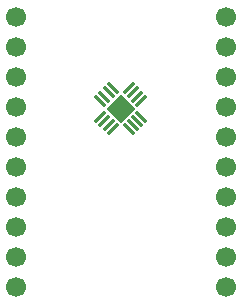
<source format=gts>
G04 #@! TF.GenerationSoftware,KiCad,Pcbnew,9.0.6*
G04 #@! TF.CreationDate,2025-12-31T23:13:25-06:00*
G04 #@! TF.ProjectId,QFN-16_3x3,51464e2d-3136-45f3-9378-332e6b696361,rev?*
G04 #@! TF.SameCoordinates,Original*
G04 #@! TF.FileFunction,Soldermask,Top*
G04 #@! TF.FilePolarity,Negative*
%FSLAX46Y46*%
G04 Gerber Fmt 4.6, Leading zero omitted, Abs format (unit mm)*
G04 Created by KiCad (PCBNEW 9.0.6) date 2025-12-31 23:13:25*
%MOMM*%
%LPD*%
G01*
G04 APERTURE LIST*
G04 Aperture macros list*
%AMRoundRect*
0 Rectangle with rounded corners*
0 $1 Rounding radius*
0 $2 $3 $4 $5 $6 $7 $8 $9 X,Y pos of 4 corners*
0 Add a 4 corners polygon primitive as box body*
4,1,4,$2,$3,$4,$5,$6,$7,$8,$9,$2,$3,0*
0 Add four circle primitives for the rounded corners*
1,1,$1+$1,$2,$3*
1,1,$1+$1,$4,$5*
1,1,$1+$1,$6,$7*
1,1,$1+$1,$8,$9*
0 Add four rect primitives between the rounded corners*
20,1,$1+$1,$2,$3,$4,$5,0*
20,1,$1+$1,$4,$5,$6,$7,0*
20,1,$1+$1,$6,$7,$8,$9,0*
20,1,$1+$1,$8,$9,$2,$3,0*%
%AMRotRect*
0 Rectangle, with rotation*
0 The origin of the aperture is its center*
0 $1 length*
0 $2 width*
0 $3 Rotation angle, in degrees counterclockwise*
0 Add horizontal line*
21,1,$1,$2,0,0,$3*%
G04 Aperture macros list end*
%ADD10RotRect,1.700000X1.700000X315.000000*%
%ADD11RoundRect,0.062500X-0.437522X-0.349134X-0.349134X-0.437522X0.437522X0.349134X0.349134X0.437522X0*%
%ADD12RoundRect,0.062500X-0.437522X0.349134X0.349134X-0.437522X0.437522X-0.349134X-0.349134X0.437522X0*%
%ADD13C,1.700000*%
G04 APERTURE END LIST*
D10*
X130810000Y-117022964D03*
D11*
X131493419Y-115278885D03*
X131846972Y-115632439D03*
X132200525Y-115985992D03*
X132554079Y-116339545D03*
D12*
X132554079Y-117706383D03*
X132200525Y-118059936D03*
X131846972Y-118413489D03*
X131493419Y-118767043D03*
D11*
X130126581Y-118767043D03*
X129773028Y-118413489D03*
X129419475Y-118059936D03*
X129065921Y-117706383D03*
D12*
X130126581Y-115278885D03*
X129773028Y-115632439D03*
X129419475Y-115985992D03*
X129065921Y-116339545D03*
D13*
X121920000Y-132080000D03*
X121920000Y-129540000D03*
X121920000Y-127000001D03*
X121920000Y-124460000D03*
X121920000Y-121920000D03*
X121920000Y-119380000D03*
X121920000Y-116840000D03*
X121920000Y-114299999D03*
X121920000Y-111760000D03*
X121920000Y-109220000D03*
X139700000Y-132080001D03*
X139700000Y-129540001D03*
X139700000Y-127000001D03*
X139700000Y-124460001D03*
X139700000Y-121920001D03*
X139700000Y-119380001D03*
X139700000Y-116840001D03*
X139700000Y-114300001D03*
X139700000Y-111760001D03*
X139700000Y-109220001D03*
M02*

</source>
